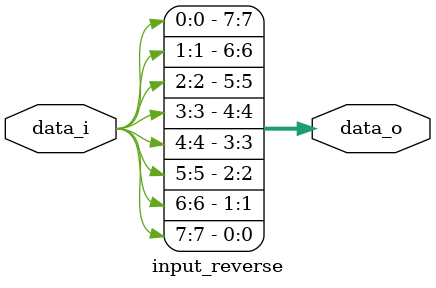
<source format=v>
/*
 * Copyright (c) 2023-2024 C*Core Technology Co.,Ltd,Suzhou.
 * Ventus-RTL is licensed under Mulan PSL v2.
 * You can use this software according to the terms and conditions of the Mulan PSL v2.
 * You may obtain a copy of Mulan PSL v2 at:
 *          http://license.coscl.org.cn/MulanPSL2
 * THIS SOFTWARE IS PROVIDED ON AN "AS IS" BASIS, WITHOUT WARRANTIES OF ANY KIND,
 * EITHER EXPRESS OR IMPLIED, INCLUDING BUT NOT LIMITED TO NON-INFRINGEMENT,
 * MERCHANTABILITY OR FIT FOR A PARTICULAR PURPOSE.
 * See the Mulan PSL v2 for more details. */
// Author: Zhang, Qi
// Description:input reverse

`timescale 1ns / 1ns

module input_reverse #(
  parameter DATA_WIDTH = 8
) (
  input  [DATA_WIDTH-1:0] data_i,
  output [DATA_WIDTH-1:0] data_o
);

  genvar i;
  generate
    for (i = 0; i < DATA_WIDTH; i = i + 1) begin : B1
      assign data_o[DATA_WIDTH-1-i] = data_i[i];
    end
  endgenerate

endmodule

</source>
